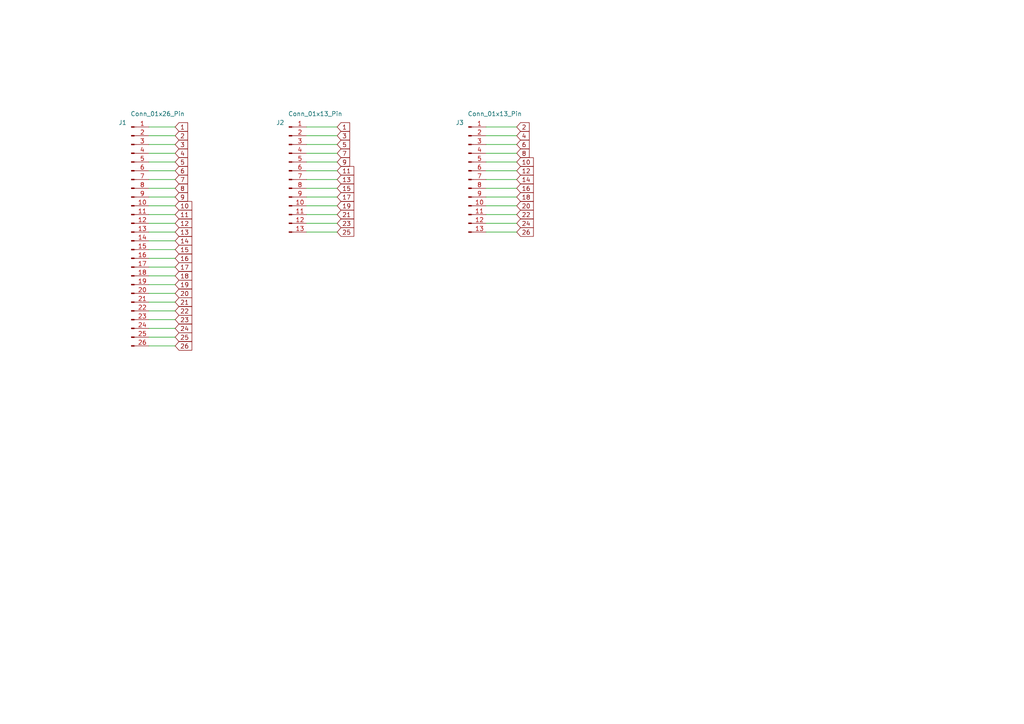
<source format=kicad_sch>
(kicad_sch (version 20230121) (generator eeschema)
  (paper "A4")
  (title_block (title "26pin. Header Breakout Board") (date "2023-09-26") (rev "1"))
  (lib_symbols
    (symbol "Connector:Conn_01x13_Pin" (pin_names (offset 1.016) hide)
      (property "Reference" "J" (at 0 17.78 0))
      (property "Value" "Conn_01x13_Pin" (at 0 -17.78 0))
      (symbol "Conn_01x13_Pin_1_1"
        (polyline (pts (xy 1.27 -15.24) (xy 0.8636 -15.24)) (stroke (width 0.1524)))
        (polyline (pts (xy 1.27 -12.7) (xy 0.8636 -12.7)) (stroke (width 0.1524)))
        (polyline (pts (xy 1.27 -10.16) (xy 0.8636 -10.16)) (stroke (width 0.1524)))
        (polyline (pts (xy 1.27 -7.62) (xy 0.8636 -7.62)) (stroke (width 0.1524)))
        (polyline (pts (xy 1.27 -5.08) (xy 0.8636 -5.08)) (stroke (width 0.1524)))
        (polyline (pts (xy 1.27 -2.54) (xy 0.8636 -2.54)) (stroke (width 0.1524)))
        (polyline (pts (xy 1.27 0) (xy 0.8636 0)) (stroke (width 0.1524)))
        (polyline (pts (xy 1.27 2.54) (xy 0.8636 2.54)) (stroke (width 0.1524)))
        (polyline (pts (xy 1.27 5.08) (xy 0.8636 5.08)) (stroke (width 0.1524)))
        (polyline (pts (xy 1.27 7.62) (xy 0.8636 7.62)) (stroke (width 0.1524)))
        (polyline (pts (xy 1.27 10.16) (xy 0.8636 10.16)) (stroke (width 0.1524)))
        (polyline (pts (xy 1.27 12.7) (xy 0.8636 12.7)) (stroke (width 0.1524)))
        (polyline (pts (xy 1.27 15.24) (xy 0.8636 15.24)) (stroke (width 0.1524)))
        (rectangle (start 0.8636 -15.113) (end 0 -15.367) (stroke (width 0.1524)) (fill (type outline)))
        (rectangle (start 0.8636 -12.573) (end 0 -12.827) (stroke (width 0.1524)) (fill (type outline)))
        (rectangle (start 0.8636 -10.033) (end 0 -10.287) (stroke (width 0.1524)) (fill (type outline)))
        (rectangle (start 0.8636 -7.493) (end 0 -7.747) (stroke (width 0.1524)) (fill (type outline)))
        (rectangle (start 0.8636 -4.953) (end 0 -5.207) (stroke (width 0.1524)) (fill (type outline)))
        (rectangle (start 0.8636 -2.413) (end 0 -2.667) (stroke (width 0.1524)) (fill (type outline)))
        (rectangle (start 0.8636 0.127) (end 0 -0.127) (stroke (width 0.1524)) (fill (type outline)))
        (rectangle (start 0.8636 2.667) (end 0 2.413) (stroke (width 0.1524)) (fill (type outline)))
        (rectangle (start 0.8636 5.207) (end 0 4.953) (stroke (width 0.1524)) (fill (type outline)))
        (rectangle (start 0.8636 7.747) (end 0 7.493) (stroke (width 0.1524)) (fill (type outline)))
        (rectangle (start 0.8636 10.287) (end 0 10.033) (stroke (width 0.1524)) (fill (type outline)))
        (rectangle (start 0.8636 12.827) (end 0 12.573) (stroke (width 0.1524)) (fill (type outline)))
        (rectangle (start 0.8636 15.367) (end 0 15.113) (stroke (width 0.1524)) (fill (type outline)))
        (pin passive line (at 5.08 15.24 180) (length 3.81) (name "Pin_1") (number "1"))
        (pin passive line (at 5.08 -7.62 180) (length 3.81) (name "Pin_10") (number "10"))
        (pin passive line (at 5.08 -10.16 180) (length 3.81) (name "Pin_11") (number "11"))
        (pin passive line (at 5.08 -12.7 180) (length 3.81) (name "Pin_12") (number "12"))
        (pin passive line (at 5.08 -15.24 180) (length 3.81) (name "Pin_13") (number "13"))
        (pin passive line (at 5.08 12.7 180) (length 3.81) (name "Pin_2") (number "2"))
        (pin passive line (at 5.08 10.16 180) (length 3.81) (name "Pin_3") (number "3"))
        (pin passive line (at 5.08 7.62 180) (length 3.81) (name "Pin_4") (number "4"))
        (pin passive line (at 5.08 5.08 180) (length 3.81) (name "Pin_5") (number "5"))
        (pin passive line (at 5.08 2.54 180) (length 3.81) (name "Pin_6") (number "6"))
        (pin passive line (at 5.08 0 180) (length 3.81) (name "Pin_7") (number "7"))
        (pin passive line (at 5.08 -2.54 180) (length 3.81) (name "Pin_8") (number "8"))
        (pin passive line (at 5.08 -5.08 180) (length 3.81) (name "Pin_9") (number "9"))
      )
    )
    (symbol "Connector:Conn_01x26_Pin" (pin_names (offset 1.016) hide)
      (property "Reference" "J" (at 0 33.02 0))
      (property "Value" "Conn_01x26_Pin" (at 0 -35.56 0))
      (symbol "Conn_01x26_Pin_1_1"
        (polyline (pts (xy 1.27 -33.02) (xy 0.8636 -33.02)) (stroke (width 0.1524)))
        (polyline (pts (xy 1.27 -30.48) (xy 0.8636 -30.48)) (stroke (width 0.1524)))
        (polyline (pts (xy 1.27 -27.94) (xy 0.8636 -27.94)) (stroke (width 0.1524)))
        (polyline (pts (xy 1.27 -25.4) (xy 0.8636 -25.4)) (stroke (width 0.1524)))
        (polyline (pts (xy 1.27 -22.86) (xy 0.8636 -22.86)) (stroke (width 0.1524)))
        (polyline (pts (xy 1.27 -20.32) (xy 0.8636 -20.32)) (stroke (width 0.1524)))
        (polyline (pts (xy 1.27 -17.78) (xy 0.8636 -17.78)) (stroke (width 0.1524)))
        (polyline (pts (xy 1.27 -15.24) (xy 0.8636 -15.24)) (stroke (width 0.1524)))
        (polyline (pts (xy 1.27 -12.7) (xy 0.8636 -12.7)) (stroke (width 0.1524)))
        (polyline (pts (xy 1.27 -10.16) (xy 0.8636 -10.16)) (stroke (width 0.1524)))
        (polyline (pts (xy 1.27 -7.62) (xy 0.8636 -7.62)) (stroke (width 0.1524)))
        (polyline (pts (xy 1.27 -5.08) (xy 0.8636 -5.08)) (stroke (width 0.1524)))
        (polyline (pts (xy 1.27 -2.54) (xy 0.8636 -2.54)) (stroke (width 0.1524)))
        (polyline (pts (xy 1.27 0) (xy 0.8636 0)) (stroke (width 0.1524)))
        (polyline (pts (xy 1.27 2.54) (xy 0.8636 2.54)) (stroke (width 0.1524)))
        (polyline (pts (xy 1.27 5.08) (xy 0.8636 5.08)) (stroke (width 0.1524)))
        (polyline (pts (xy 1.27 7.62) (xy 0.8636 7.62)) (stroke (width 0.1524)))
        (polyline (pts (xy 1.27 10.16) (xy 0.8636 10.16)) (stroke (width 0.1524)))
        (polyline (pts (xy 1.27 12.7) (xy 0.8636 12.7)) (stroke (width 0.1524)))
        (polyline (pts (xy 1.27 15.24) (xy 0.8636 15.24)) (stroke (width 0.1524)))
        (polyline (pts (xy 1.27 17.78) (xy 0.8636 17.78)) (stroke (width 0.1524)))
        (polyline (pts (xy 1.27 20.32) (xy 0.8636 20.32)) (stroke (width 0.1524)))
        (polyline (pts (xy 1.27 22.86) (xy 0.8636 22.86)) (stroke (width 0.1524)))
        (polyline (pts (xy 1.27 25.4) (xy 0.8636 25.4)) (stroke (width 0.1524)))
        (polyline (pts (xy 1.27 27.94) (xy 0.8636 27.94)) (stroke (width 0.1524)))
        (polyline (pts (xy 1.27 30.48) (xy 0.8636 30.48)) (stroke (width 0.1524)))
        (rectangle (start 0.8636 -32.893) (end 0 -33.147) (stroke (width 0.1524)) (fill (type outline)))
        (rectangle (start 0.8636 -30.353) (end 0 -30.607) (stroke (width 0.1524)) (fill (type outline)))
        (rectangle (start 0.8636 -27.813) (end 0 -28.067) (stroke (width 0.1524)) (fill (type outline)))
        (rectangle (start 0.8636 -25.273) (end 0 -25.527) (stroke (width 0.1524)) (fill (type outline)))
        (rectangle (start 0.8636 -22.733) (end 0 -22.987) (stroke (width 0.1524)) (fill (type outline)))
        (rectangle (start 0.8636 -20.193) (end 0 -20.447) (stroke (width 0.1524)) (fill (type outline)))
        (rectangle (start 0.8636 -17.653) (end 0 -17.907) (stroke (width 0.1524)) (fill (type outline)))
        (rectangle (start 0.8636 -15.113) (end 0 -15.367) (stroke (width 0.1524)) (fill (type outline)))
        (rectangle (start 0.8636 -12.573) (end 0 -12.827) (stroke (width 0.1524)) (fill (type outline)))
        (rectangle (start 0.8636 -10.033) (end 0 -10.287) (stroke (width 0.1524)) (fill (type outline)))
        (rectangle (start 0.8636 -7.493) (end 0 -7.747) (stroke (width 0.1524)) (fill (type outline)))
        (rectangle (start 0.8636 -4.953) (end 0 -5.207) (stroke (width 0.1524)) (fill (type outline)))
        (rectangle (start 0.8636 -2.413) (end 0 -2.667) (stroke (width 0.1524)) (fill (type outline)))
        (rectangle (start 0.8636 0.127) (end 0 -0.127) (stroke (width 0.1524)) (fill (type outline)))
        (rectangle (start 0.8636 2.667) (end 0 2.413) (stroke (width 0.1524)) (fill (type outline)))
        (rectangle (start 0.8636 5.207) (end 0 4.953) (stroke (width 0.1524)) (fill (type outline)))
        (rectangle (start 0.8636 7.747) (end 0 7.493) (stroke (width 0.1524)) (fill (type outline)))
        (rectangle (start 0.8636 10.287) (end 0 10.033) (stroke (width 0.1524)) (fill (type outline)))
        (rectangle (start 0.8636 12.827) (end 0 12.573) (stroke (width 0.1524)) (fill (type outline)))
        (rectangle (start 0.8636 15.367) (end 0 15.113) (stroke (width 0.1524)) (fill (type outline)))
        (rectangle (start 0.8636 17.907) (end 0 17.653) (stroke (width 0.1524)) (fill (type outline)))
        (rectangle (start 0.8636 20.447) (end 0 20.193) (stroke (width 0.1524)) (fill (type outline)))
        (rectangle (start 0.8636 22.987) (end 0 22.733) (stroke (width 0.1524)) (fill (type outline)))
        (rectangle (start 0.8636 25.527) (end 0 25.273) (stroke (width 0.1524)) (fill (type outline)))
        (rectangle (start 0.8636 28.067) (end 0 27.813) (stroke (width 0.1524)) (fill (type outline)))
        (rectangle (start 0.8636 30.607) (end 0 30.353) (stroke (width 0.1524)) (fill (type outline)))
        (pin passive line (at 5.08 30.48 180) (length 3.81) (name "Pin_1") (number "1"))
        (pin passive line (at 5.08 7.62 180) (length 3.81) (name "Pin_10") (number "10"))
        (pin passive line (at 5.08 5.08 180) (length 3.81) (name "Pin_11") (number "11"))
        (pin passive line (at 5.08 2.54 180) (length 3.81) (name "Pin_12") (number "12"))
        (pin passive line (at 5.08 0 180) (length 3.81) (name "Pin_13") (number "13"))
        (pin passive line (at 5.08 -2.54 180) (length 3.81) (name "Pin_14") (number "14"))
        (pin passive line (at 5.08 -5.08 180) (length 3.81) (name "Pin_15") (number "15"))
        (pin passive line (at 5.08 -7.62 180) (length 3.81) (name "Pin_16") (number "16"))
        (pin passive line (at 5.08 -10.16 180) (length 3.81) (name "Pin_17") (number "17"))
        (pin passive line (at 5.08 -12.7 180) (length 3.81) (name "Pin_18") (number "18"))
        (pin passive line (at 5.08 -15.24 180) (length 3.81) (name "Pin_19") (number "19"))
        (pin passive line (at 5.08 27.94 180) (length 3.81) (name "Pin_2") (number "2"))
        (pin passive line (at 5.08 -17.78 180) (length 3.81) (name "Pin_20") (number "20"))
        (pin passive line (at 5.08 -20.32 180) (length 3.81) (name "Pin_21") (number "21"))
        (pin passive line (at 5.08 -22.86 180) (length 3.81) (name "Pin_22") (number "22"))
        (pin passive line (at 5.08 -25.4 180) (length 3.81) (name "Pin_23") (number "23"))
        (pin passive line (at 5.08 -27.94 180) (length 3.81) (name "Pin_24") (number "24"))
        (pin passive line (at 5.08 -30.48 180) (length 3.81) (name "Pin_25") (number "25"))
        (pin passive line (at 5.08 -33.02 180) (length 3.81) (name "Pin_26") (number "26"))
        (pin passive line (at 5.08 25.4 180) (length 3.81) (name "Pin_3") (number "3"))
        (pin passive line (at 5.08 22.86 180) (length 3.81) (name "Pin_4") (number "4"))
        (pin passive line (at 5.08 20.32 180) (length 3.81) (name "Pin_5") (number "5"))
        (pin passive line (at 5.08 17.78 180) (length 3.81) (name "Pin_6") (number "6"))
        (pin passive line (at 5.08 15.24 180) (length 3.81) (name "Pin_7") (number "7"))
        (pin passive line (at 5.08 12.7 180) (length 3.81) (name "Pin_8") (number "8"))
        (pin passive line (at 5.08 10.16 180) (length 3.81) (name "Pin_9") (number "9"))
      )
    )
  )
  (wire (pts (xy 140.97 64.77) (xy 149.86 64.77)))
  (wire (pts (xy 43.18 64.77) (xy 50.8 64.77)))
  (wire (pts (xy 88.9 59.69) (xy 97.79 59.69)))
  (wire (pts (xy 88.9 62.23) (xy 97.79 62.23)))
  (wire (pts (xy 43.18 52.07) (xy 50.8 52.07)))
  (wire (pts (xy 140.97 44.45) (xy 149.86 44.45)))
  (wire (pts (xy 140.97 62.23) (xy 149.86 62.23)))
  (wire (pts (xy 88.9 64.77) (xy 97.79 64.77)))
  (wire (pts (xy 43.18 90.17) (xy 50.8 90.17)))
  (wire (pts (xy 140.97 39.37) (xy 149.86 39.37)))
  (wire (pts (xy 88.9 67.31) (xy 97.79 67.31)))
  (wire (pts (xy 88.9 36.83) (xy 97.79 36.83)))
  (wire (pts (xy 140.97 46.99) (xy 149.86 46.99)))
  (wire (pts (xy 43.18 69.85) (xy 50.8 69.85)))
  (wire (pts (xy 43.18 97.79) (xy 50.8 97.79)))
  (wire (pts (xy 43.18 100.33) (xy 50.8 100.33)))
  (wire (pts (xy 43.18 77.47) (xy 50.8 77.47)))
  (wire (pts (xy 88.9 39.37) (xy 97.79 39.37)))
  (wire (pts (xy 88.9 46.99) (xy 97.79 46.99)))
  (wire (pts (xy 88.9 49.53) (xy 97.79 49.53)))
  (wire (pts (xy 88.9 54.61) (xy 97.79 54.61)))
  (wire (pts (xy 43.18 57.15) (xy 50.8 57.15)))
  (wire (pts (xy 43.18 92.71) (xy 50.8 92.71)))
  (wire (pts (xy 43.18 46.99) (xy 50.8 46.99)))
  (wire (pts (xy 43.18 85.09) (xy 50.8 85.09)))
  (wire (pts (xy 140.97 36.83) (xy 149.86 36.83)))
  (wire (pts (xy 140.97 52.07) (xy 149.86 52.07)))
  (wire (pts (xy 43.18 87.63) (xy 50.8 87.63)))
  (wire (pts (xy 43.18 62.23) (xy 50.8 62.23)))
  (wire (pts (xy 140.97 41.91) (xy 149.86 41.91)))
  (wire (pts (xy 140.97 67.31) (xy 149.86 67.31)))
  (wire (pts (xy 140.97 59.69) (xy 149.86 59.69)))
  (wire (pts (xy 43.18 80.01) (xy 50.8 80.01)))
  (wire (pts (xy 43.18 41.91) (xy 50.8 41.91)))
  (wire (pts (xy 43.18 54.61) (xy 50.8 54.61)))
  (wire (pts (xy 43.18 72.39) (xy 50.8 72.39)))
  (wire (pts (xy 140.97 57.15) (xy 149.86 57.15)))
  (wire (pts (xy 43.18 44.45) (xy 50.8 44.45)))
  (wire (pts (xy 43.18 39.37) (xy 50.8 39.37)))
  (wire (pts (xy 43.18 36.83) (xy 50.8 36.83)))
  (wire (pts (xy 43.18 74.93) (xy 50.8 74.93)))
  (wire (pts (xy 43.18 67.31) (xy 50.8 67.31)))
  (wire (pts (xy 43.18 95.25) (xy 50.8 95.25)))
  (wire (pts (xy 140.97 54.61) (xy 149.86 54.61)))
  (wire (pts (xy 88.9 52.07) (xy 97.79 52.07)))
  (wire (pts (xy 140.97 49.53) (xy 149.86 49.53)))
  (wire (pts (xy 88.9 41.91) (xy 97.79 41.91)))
  (wire (pts (xy 88.9 44.45) (xy 97.79 44.45)))
  (wire (pts (xy 43.18 82.55) (xy 50.8 82.55)))
  (wire (pts (xy 43.18 49.53) (xy 50.8 49.53)))
  (wire (pts (xy 43.18 59.69) (xy 50.8 59.69)))
  (wire (pts (xy 88.9 57.15) (xy 97.79 57.15)))
  (global_label "16" (shape input) (at 149.86 54.61 0) (property "Intersheetrefs" "${INTERSHEET_REFS}" (effects hide)))
  (global_label "1" (shape input) (at 50.8 36.83 0) (property "Intersheetrefs" "${INTERSHEET_REFS}" (effects hide)))
  (global_label "11" (shape input) (at 97.79 49.53 0) (property "Intersheetrefs" "${INTERSHEET_REFS}" (effects hide)))
  (global_label "1" (shape input) (at 97.79 36.83 0) (property "Intersheetrefs" "${INTERSHEET_REFS}" (effects hide)))
  (global_label "2" (shape input) (at 149.86 36.83 0) (property "Intersheetrefs" "${INTERSHEET_REFS}" (effects hide)))
  (global_label "21" (shape input) (at 50.8 87.63 0) (property "Intersheetrefs" "${INTERSHEET_REFS}" (effects hide)))
  (global_label "13" (shape input) (at 97.79 52.07 0) (property "Intersheetrefs" "${INTERSHEET_REFS}" (effects hide)))
  (global_label "7" (shape input) (at 50.8 52.07 0) (property "Intersheetrefs" "${INTERSHEET_REFS}" (effects hide)))
  (global_label "15" (shape input) (at 97.79 54.61 0) (property "Intersheetrefs" "${INTERSHEET_REFS}" (effects hide)))
  (global_label "15" (shape input) (at 50.8 72.39 0) (property "Intersheetrefs" "${INTERSHEET_REFS}" (effects hide)))
  (global_label "4" (shape input) (at 50.8 44.45 0) (property "Intersheetrefs" "${INTERSHEET_REFS}" (effects hide)))
  (global_label "8" (shape input) (at 149.86 44.45 0) (property "Intersheetrefs" "${INTERSHEET_REFS}" (effects hide)))
  (global_label "23" (shape input) (at 50.8 92.71 0) (property "Intersheetrefs" "${INTERSHEET_REFS}" (effects hide)))
  (global_label "20" (shape input) (at 50.8 85.09 0) (property "Intersheetrefs" "${INTERSHEET_REFS}" (effects hide)))
  (global_label "2" (shape input) (at 50.8 39.37 0) (property "Intersheetrefs" "${INTERSHEET_REFS}" (effects hide)))
  (global_label "17" (shape input) (at 50.8 77.47 0) (property "Intersheetrefs" "${INTERSHEET_REFS}" (effects hide)))
  (global_label "19" (shape input) (at 97.79 59.69 0) (property "Intersheetrefs" "${INTERSHEET_REFS}" (effects hide)))
  (global_label "11" (shape input) (at 50.8 62.23 0) (property "Intersheetrefs" "${INTERSHEET_REFS}" (effects hide)))
  (global_label "25" (shape input) (at 50.8 97.79 0) (property "Intersheetrefs" "${INTERSHEET_REFS}" (effects hide)))
  (global_label "24" (shape input) (at 50.8 95.25 0) (property "Intersheetrefs" "${INTERSHEET_REFS}" (effects hide)))
  (global_label "23" (shape input) (at 97.79 64.77 0) (property "Intersheetrefs" "${INTERSHEET_REFS}" (effects hide)))
  (global_label "9" (shape input) (at 97.79 46.99 0) (property "Intersheetrefs" "${INTERSHEET_REFS}" (effects hide)))
  (global_label "7" (shape input) (at 97.79 44.45 0) (property "Intersheetrefs" "${INTERSHEET_REFS}" (effects hide)))
  (global_label "6" (shape input) (at 149.86 41.91 0) (property "Intersheetrefs" "${INTERSHEET_REFS}" (effects hide)))
  (global_label "5" (shape input) (at 50.8 46.99 0) (property "Intersheetrefs" "${INTERSHEET_REFS}" (effects hide)))
  (global_label "3" (shape input) (at 97.79 39.37 0) (property "Intersheetrefs" "${INTERSHEET_REFS}" (effects hide)))
  (global_label "13" (shape input) (at 50.8 67.31 0) (property "Intersheetrefs" "${INTERSHEET_REFS}" (effects hide)))
  (global_label "4" (shape input) (at 149.86 39.37 0) (property "Intersheetrefs" "${INTERSHEET_REFS}" (effects hide)))
  (global_label "18" (shape input) (at 149.86 57.15 0) (property "Intersheetrefs" "${INTERSHEET_REFS}" (effects hide)))
  (global_label "9" (shape input) (at 50.8 57.15 0) (property "Intersheetrefs" "${INTERSHEET_REFS}" (effects hide)))
  (global_label "17" (shape input) (at 97.79 57.15 0) (property "Intersheetrefs" "${INTERSHEET_REFS}" (effects hide)))
  (global_label "6" (shape input) (at 50.8 49.53 0) (property "Intersheetrefs" "${INTERSHEET_REFS}" (effects hide)))
  (global_label "5" (shape input) (at 97.79 41.91 0) (property "Intersheetrefs" "${INTERSHEET_REFS}" (effects hide)))
  (global_label "20" (shape input) (at 149.86 59.69 0) (property "Intersheetrefs" "${INTERSHEET_REFS}" (effects hide)))
  (global_label "22" (shape input) (at 149.86 62.23 0) (property "Intersheetrefs" "${INTERSHEET_REFS}" (effects hide)))
  (global_label "12" (shape input) (at 149.86 49.53 0) (property "Intersheetrefs" "${INTERSHEET_REFS}" (effects hide)))
  (global_label "24" (shape input) (at 149.86 64.77 0) (property "Intersheetrefs" "${INTERSHEET_REFS}" (effects hide)))
  (global_label "22" (shape input) (at 50.8 90.17 0) (property "Intersheetrefs" "${INTERSHEET_REFS}" (effects hide)))
  (global_label "12" (shape input) (at 50.8 64.77 0) (property "Intersheetrefs" "${INTERSHEET_REFS}" (effects hide)))
  (global_label "18" (shape input) (at 50.8 80.01 0) (property "Intersheetrefs" "${INTERSHEET_REFS}" (effects hide)))
  (global_label "19" (shape input) (at 50.8 82.55 0) (property "Intersheetrefs" "${INTERSHEET_REFS}" (effects hide)))
  (global_label "21" (shape input) (at 97.79 62.23 0) (property "Intersheetrefs" "${INTERSHEET_REFS}" (effects hide)))
  (global_label "10" (shape input) (at 149.86 46.99 0) (property "Intersheetrefs" "${INTERSHEET_REFS}" (effects hide)))
  (global_label "8" (shape input) (at 50.8 54.61 0) (property "Intersheetrefs" "${INTERSHEET_REFS}" (effects hide)))
  (global_label "14" (shape input) (at 50.8 69.85 0) (property "Intersheetrefs" "${INTERSHEET_REFS}" (effects hide)))
  (global_label "3" (shape input) (at 50.8 41.91 0) (property "Intersheetrefs" "${INTERSHEET_REFS}" (effects hide)))
  (global_label "16" (shape input) (at 50.8 74.93 0) (property "Intersheetrefs" "${INTERSHEET_REFS}" (effects hide)))
  (global_label "26" (shape input) (at 149.86 67.31 0) (property "Intersheetrefs" "${INTERSHEET_REFS}" (effects hide)))
  (global_label "10" (shape input) (at 50.8 59.69 0) (property "Intersheetrefs" "${INTERSHEET_REFS}" (effects hide)))
  (global_label "14" (shape input) (at 149.86 52.07 0) (property "Intersheetrefs" "${INTERSHEET_REFS}" (effects hide)))
  (global_label "26" (shape input) (at 50.8 100.33 0) (property "Intersheetrefs" "${INTERSHEET_REFS}" (effects hide)))
  (global_label "25" (shape input) (at 97.79 67.31 0) (property "Intersheetrefs" "${INTERSHEET_REFS}" (effects hide)))
  (symbol (lib_id "Connector:Conn_01x13_Pin") (at 135.89 52.07 0) (unit 1)
    (property "Reference" "J3" (at 133.35 35.56 0))
    (property "Value" "Conn_01x13_Pin" (at 143.51 33.02 0))
    (property "Footprint" "Connector_PinHeader_2.54mm:PinHeader_1x13_P2.54mm_Vertical" (effects hide))
  )
  (symbol (lib_id "Connector:Conn_01x13_Pin") (at 83.82 52.07 0) (unit 1)
    (property "Reference" "J2" (at 81.28 35.56 0))
    (property "Value" "Conn_01x13_Pin" (at 91.44 33.02 0))
    (property "Footprint" "Connector_PinHeader_2.54mm:PinHeader_1x13_P2.54mm_Vertical" (effects hide))
  )
  (symbol (lib_id "Connector:Conn_01x26_Pin") (at 38.1 67.31 0) (unit 1)
    (property "Reference" "J1" (at 35.56 35.56 0))
    (property "Value" "Conn_01x26_Pin" (at 45.72 33.02 0))
    (property "Footprint" "Connector_PinHeader_2.54mm:PinHeader_2x13_P2.54mm_Vertical" (effects hide))
  )
)
</source>
